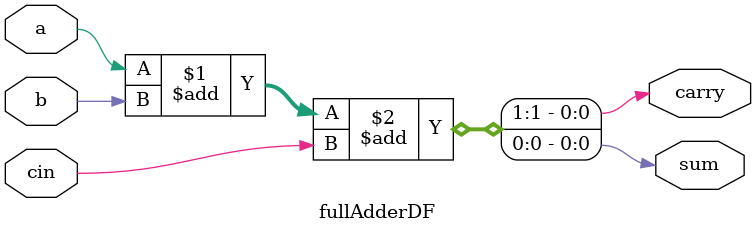
<source format=v>
module fullAdderDF(a,b,cin,sum,carry);
input  a,b,cin;
output wire carry,sum;
assign {carry,sum}=a+b+cin;
endmodule
</source>
